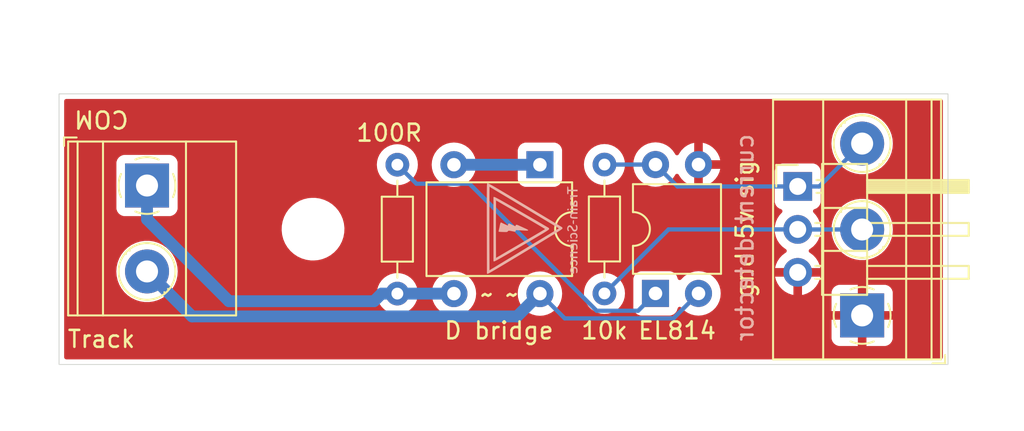
<source format=kicad_pcb>
(kicad_pcb (version 20221018) (generator pcbnew)
  (title_block (date "2023-09-"))
  (layers (0 "F.Cu" signal) (31 "B.Cu" signal) (34 "B.Paste" user) (35 "F.Paste" user) (36 "B.SilkS" user "B.Silkscreen") (37 "F.SilkS" user "F.Silkscreen") (38 "B.Mask" user) (39 "F.Mask" user) (44 "Edge.Cuts" user))
  (net 0 "")
  (net 1 "Net-(D1201-Pad1)")
  (net 2 "Net-(D1201-Pad3)")
  (net 3 "Net-(D1201-Pad4)")
  (net 4 "GND")
  (net 5 "+5V")
  (net 6 "sig")
  (net 7 "Net-(R1201-Pad2)")
  (footprint "Connector_PinHeader_2.54mm:PinHeader_1x03_P2.54mm_Horizontal" (layer "F.Cu") (at 43.625 5.475)
    (fp_text reference "J1203" hide)
    (fp_text value "ter")
    (fp_line (start -1.27 -1.27) (end 0 -1.27) (stroke (width 0.12)) (layer "F.SilkS"))
    (fp_line (start -1.27 0) (end -1.27 -1.27) (stroke (width 0.12)) (layer "F.SilkS"))
    (fp_line (start 1.042929 2.16) (end 1.44 2.16) (stroke (width 0.12)) (layer "F.SilkS"))
    (fp_line (start 1.042929 2.92) (end 1.44 2.92) (stroke (width 0.12)) (layer "F.SilkS"))
    (fp_line (start 1.042929 4.7) (end 1.44 4.7) (stroke (width 0.12)) (layer "F.SilkS"))
    (fp_line (start 1.042929 5.46) (end 1.44 5.46) (stroke (width 0.12)) (layer "F.SilkS"))
    (fp_line (start 1.11 -0.38) (end 1.44 -0.38) (stroke (width 0.12)) (layer "F.SilkS"))
    (fp_line (start 1.11 0.38) (end 1.44 0.38) (stroke (width 0.12)) (layer "F.SilkS"))
    (fp_line (start 1.44 -1.33) (end 1.44 6.41) (stroke (width 0.12)) (layer "F.SilkS"))
    (fp_line (start 1.44 1.27) (end 4.1 1.27) (stroke (width 0.12)) (layer "F.SilkS"))
    (fp_line (start 1.44 3.81) (end 4.1 3.81) (stroke (width 0.12)) (layer "F.SilkS"))
    (fp_line (start 1.44 6.41) (end 4.1 6.41) (stroke (width 0.12)) (layer "F.SilkS"))
    (fp_line (start 4.1 -1.33) (end 1.44 -1.33) (stroke (width 0.12)) (layer "F.SilkS"))
    (fp_line (start 4.1 -0.38) (end 10.1 -0.38) (stroke (width 0.12)) (layer "F.SilkS"))
    (fp_line (start 4.1 -0.32) (end 10.1 -0.32) (stroke (width 0.12)) (layer "F.SilkS"))
    (fp_line (start 4.1 -0.2) (end 10.1 -0.2) (stroke (width 0.12)) (layer "F.SilkS"))
    (fp_line (start 4.1 -0.08) (end 10.1 -0.08) (stroke (width 0.12)) (layer "F.SilkS"))
    (fp_line (start 4.1 0.04) (end 10.1 0.04) (stroke (width 0.12)) (layer "F.SilkS"))
    (fp_line (start 4.1 0.16) (end 10.1 0.16) (stroke (width 0.12)) (layer "F.SilkS"))
    (fp_line (start 4.1 0.28) (end 10.1 0.28) (stroke (width 0.12)) (layer "F.SilkS"))
    (fp_line (start 4.1 2.16) (end 10.1 2.16) (stroke (width 0.12)) (layer "F.SilkS"))
    (fp_line (start 4.1 4.7) (end 10.1 4.7) (stroke (width 0.12)) (layer "F.SilkS"))
    (fp_line (start 4.1 6.41) (end 4.1 -1.33) (stroke (width 0.12)) (layer "F.SilkS"))
    (fp_line (start 10.1 -0.38) (end 10.1 0.38) (stroke (width 0.12)) (layer "F.SilkS"))
    (fp_line (start 10.1 0.38) (end 4.1 0.38) (stroke (width 0.12)) (layer "F.SilkS"))
    (fp_line (start 10.1 2.16) (end 10.1 2.92) (stroke (width 0.12)) (layer "F.SilkS"))
    (fp_line (start 10.1 2.92) (end 4.1 2.92) (stroke (width 0.12)) (layer "F.SilkS"))
    (fp_line (start 10.1 4.7) (end 10.1 5.46) (stroke (width 0.12)) (layer "F.SilkS"))
    (fp_line (start 10.1 5.46) (end 4.1 5.46) (stroke (width 0.12)) (layer "F.SilkS"))
    (pad "1" thru_hole rect (at 0 0) (size 1.7 1.7) (drill 1) (layers "*.Cu" "*.Mask") (net 6 "sig"))
    (pad "2" thru_hole oval (at 0 2.54) (size 1.7 1.7) (drill 1) (layers "*.Cu" "*.Mask") (net 5 "+5V"))
    (pad "3" thru_hole oval (at 0 5.08) (size 1.7 1.7) (drill 1) (layers "*.Cu" "*.Mask") (net 4 "GND"))
  )
  (footprint "Resistor_THT:R_Axial_DIN0204_L3.6mm_D1.6mm_P7.62mm_Horizontal" (layer "F.Cu") (at 32.211 11.8 90)
    (fp_text reference "R1202" hide)
    (fp_text value "10k" (at -2.2 0) (layer "F.SilkS"))
    (fp_line (start 0.94 0) (end 1.89 0) (stroke (width 0.12)) (layer "F.SilkS"))
    (fp_line (start 1.89 -0.92) (end 1.89 0.92) (stroke (width 0.12)) (layer "F.SilkS"))
    (fp_line (start 1.89 0.92) (end 5.73 0.92) (stroke (width 0.12)) (layer "F.SilkS"))
    (fp_line (start 5.73 -0.92) (end 1.89 -0.92) (stroke (width 0.12)) (layer "F.SilkS"))
    (fp_line (start 5.73 0.92) (end 5.73 -0.92) (stroke (width 0.12)) (layer "F.SilkS"))
    (fp_line (start 6.68 0) (end 5.73 0) (stroke (width 0.12)) (layer "F.SilkS"))
    (pad "1" thru_hole circle (at 0 0 90) (size 1.4 1.4) (drill 0.7) (layers "*.Cu" "*.Mask") (net 5 "+5V"))
    (pad "2" thru_hole oval (at 7.62 0 90) (size 1.4 1.4) (drill 0.7) (layers "*.Cu" "*.Mask") (net 6 "sig"))
  )
  (footprint "MountingHole:MountingHole_3.2mm_M3" (layer "F.Cu") (at 15 8)
    (fp_text reference "REF**" hide)
    (fp_text value "MountingHole_3.2mm_M3")
    (pad "" np_thru_hole circle (at 0 0) (size 3.2 3.2) (drill 3.2) (layers "*.Cu" "*.Mask"))
  )
  (footprint "TerminalBlock_Phoenix:TerminalBlock_Phoenix_MKDS-1,5-3-5.08_1x03_P5.08mm_Horizontal" (layer "F.Cu") (at 47.43 13.1 90)
    (fp_text reference "J1202" hide)
    (fp_text value "ter")
    (fp_line (start -2.84 4.16) (end -2.84 4.9) (stroke (width 0.12)) (layer "F.SilkS"))
    (fp_line (start -2.84 4.9) (end -2.34 4.9) (stroke (width 0.12)) (layer "F.SilkS"))
    (fp_line (start -2.6 -5.261) (end -2.6 4.66) (stroke (width 0.12)) (layer "F.SilkS"))
    (fp_line (start -2.6 -5.261) (end 12.76 -5.261) (stroke (width 0.12)) (layer "F.SilkS"))
    (fp_line (start -2.6 -2.301) (end 12.76 -2.301) (stroke (width 0.12)) (layer "F.SilkS"))
    (fp_line (start -2.6 2.6) (end 12.76 2.6) (stroke (width 0.12)) (layer "F.SilkS"))
    (fp_line (start -2.6 4.1) (end 12.76 4.1) (stroke (width 0.12)) (layer "F.SilkS"))
    (fp_line (start -2.6 4.66) (end 12.76 4.66) (stroke (width 0.12)) (layer "F.SilkS"))
    (fp_line (start 3.853 1.023) (end 3.806 1.069) (stroke (width 0.12)) (layer "F.SilkS"))
    (fp_line (start 4.046 1.239) (end 4.011 1.274) (stroke (width 0.12)) (layer "F.SilkS"))
    (fp_line (start 6.15 -1.275) (end 6.115 -1.239) (stroke (width 0.12)) (layer "F.SilkS"))
    (fp_line (start 6.355 -1.069) (end 6.308 -1.023) (stroke (width 0.12)) (layer "F.SilkS"))
    (fp_line (start 8.933 1.023) (end 8.886 1.069) (stroke (width 0.12)) (layer "F.SilkS"))
    (fp_line (start 9.126 1.239) (end 9.091 1.274) (stroke (width 0.12)) (layer "F.SilkS"))
    (fp_line (start 11.23 -1.275) (end 11.195 -1.239) (stroke (width 0.12)) (layer "F.SilkS"))
    (fp_line (start 11.435 -1.069) (end 11.388 -1.023) (stroke (width 0.12)) (layer "F.SilkS"))
    (fp_line (start 12.76 -5.261) (end 12.76 4.66) (stroke (width 0.12)) (layer "F.SilkS"))
    (fp_arc (start -1.535427 0.683042) (mid -1.680501 -0.000524) (end -1.535 -0.684) (stroke (width 0.12)) (layer "F.SilkS"))
    (fp_arc (start -0.683042 -1.535427) (mid 0.000524 -1.680501) (end 0.684 -1.535) (stroke (width 0.12)) (layer "F.SilkS"))
    (fp_arc (start 0.028805 1.680253) (mid -0.335551 1.646659) (end -0.684 1.535) (stroke (width 0.12)) (layer "F.SilkS"))
    (fp_arc (start 0.683318 1.534756) (mid 0.349292 1.643288) (end 0 1.68) (stroke (width 0.12)) (layer "F.SilkS"))
    (fp_arc (start 1.535427 -0.683042) (mid 1.680501 0.000524) (end 1.535 0.684) (stroke (width 0.12)) (layer "F.SilkS"))
    (fp_circle (center 5.08 0) (end 6.76 0) (stroke (width 0.12)) (fill none) (layer "F.SilkS"))
    (fp_circle (center 10.16 0) (end 11.84 0) (stroke (width 0.12)) (fill none) (layer "F.SilkS"))
    (pad "1" thru_hole rect (at 0 0 90) (size 2.6 2.6) (drill 1.3) (layers "*.Cu" "*.Mask") (net 4 "GND"))
    (pad "2" thru_hole circle (at 5.08 0 90) (size 2.6 2.6) (drill 1.3) (layers "*.Cu" "*.Mask") (net 5 "+5V"))
    (pad "3" thru_hole circle (at 10.16 0 90) (size 2.6 2.6) (drill 1.3) (layers "*.Cu" "*.Mask") (net 6 "sig"))
  )
  (footprint "TerminalBlock_Phoenix:TerminalBlock_Phoenix_MKDS-1,5-2-5.08_1x02_P5.08mm_Horizontal" (layer "F.Cu") (at 5.195 5.42 -90)
    (fp_text reference "J1201" hide)
    (fp_text value "tracks")
    (fp_line (start -2.84 4.16) (end -2.84 4.9) (stroke (width 0.12)) (layer "F.SilkS"))
    (fp_line (start -2.84 4.9) (end -2.34 4.9) (stroke (width 0.12)) (layer "F.SilkS"))
    (fp_line (start -2.6 -5.261) (end -2.6 4.66) (stroke (width 0.12)) (layer "F.SilkS"))
    (fp_line (start -2.6 -5.261) (end 7.68 -5.261) (stroke (width 0.12)) (layer "F.SilkS"))
    (fp_line (start -2.6 -2.301) (end 7.68 -2.301) (stroke (width 0.12)) (layer "F.SilkS"))
    (fp_line (start -2.6 2.6) (end 7.68 2.6) (stroke (width 0.12)) (layer "F.SilkS"))
    (fp_line (start -2.6 4.1) (end 7.68 4.1) (stroke (width 0.12)) (layer "F.SilkS"))
    (fp_line (start -2.6 4.66) (end 7.68 4.66) (stroke (width 0.12)) (layer "F.SilkS"))
    (fp_line (start 3.853 1.023) (end 3.806 1.069) (stroke (width 0.12)) (layer "F.SilkS"))
    (fp_line (start 4.046 1.239) (end 4.011 1.274) (stroke (width 0.12)) (layer "F.SilkS"))
    (fp_line (start 6.15 -1.275) (end 6.115 -1.239) (stroke (width 0.12)) (layer "F.SilkS"))
    (fp_line (start 6.355 -1.069) (end 6.308 -1.023) (stroke (width 0.12)) (layer "F.SilkS"))
    (fp_line (start 7.68 -5.261) (end 7.68 4.66) (stroke (width 0.12)) (layer "F.SilkS"))
    (fp_arc (start -1.535427 0.683042) (mid -1.680501 -0.000524) (end -1.535 -0.684) (stroke (width 0.12)) (layer "F.SilkS"))
    (fp_arc (start -0.683042 -1.535427) (mid 0.000524 -1.680501) (end 0.684 -1.535) (stroke (width 0.12)) (layer "F.SilkS"))
    (fp_arc (start 0.028805 1.680253) (mid -0.335551 1.646659) (end -0.684 1.535) (stroke (width 0.12)) (layer "F.SilkS"))
    (fp_arc (start 0.683318 1.534756) (mid 0.349292 1.643288) (end 0 1.68) (stroke (width 0.12)) (layer "F.SilkS"))
    (fp_arc (start 1.535427 -0.683042) (mid 1.680501 0.000524) (end 1.535 0.684) (stroke (width 0.12)) (layer "F.SilkS"))
    (fp_circle (center 5.08 0) (end 6.76 0) (stroke (width 0.12)) (fill none) (layer "F.SilkS"))
    (pad "1" thru_hole rect (at 0 0 270) (size 2.6 2.6) (drill 1.3) (layers "*.Cu" "*.Mask") (net 2 "Net-(D1201-Pad3)"))
    (pad "2" thru_hole circle (at 5.08 0 270) (size 2.6 2.6) (drill 1.3) (layers "*.Cu" "*.Mask") (net 3 "Net-(D1201-Pad4)"))
  )
  (footprint "Diode_THT:Diode_Bridge_DIP-4_W7.62mm_P5.08mm" (layer "F.Cu") (at 28.4 4.19 -90)
    (fp_text reference "D1201" hide)
    (fp_text value "D")
    (fp_line (start 1.04 -1.9) (end 1.04 6.7) (stroke (width 0.12)) (layer "F.SilkS"))
    (fp_line (start 1.04 6.7) (end 6.58 6.7) (stroke (width 0.12)) (layer "F.SilkS"))
    (fp_line (start 2.81 -1.9) (end 1.04 -1.9) (stroke (width 0.12)) (layer "F.SilkS"))
    (fp_line (start 6.58 -1.9) (end 4.81 -1.9) (stroke (width 0.12)) (layer "F.SilkS"))
    (fp_line (start 6.58 6.7) (end 6.58 -1.9) (stroke (width 0.12)) (layer "F.SilkS"))
    (fp_arc (start 4.81 -1.9) (mid 3.81 -0.9) (end 2.81 -1.9) (stroke (width 0.12)) (layer "F.SilkS"))
    (pad "1" thru_hole rect (at 0 0 270) (size 1.6 1.6) (drill 0.8) (layers "*.Cu" "*.Mask") (net 1 "Net-(D1201-Pad1)"))
    (pad "2" thru_hole oval (at 0 5.08 270) (size 1.6 1.6) (drill 0.8) (layers "*.Cu" "*.Mask") (net 1 "Net-(D1201-Pad1)"))
    (pad "3" thru_hole oval (at 7.62 5.08 270) (size 1.6 1.6) (drill 0.8) (layers "*.Cu" "*.Mask") (net 2 "Net-(D1201-Pad3)"))
    (pad "4" thru_hole oval (at 7.62 0 270) (size 1.6 1.6) (drill 0.8) (layers "*.Cu" "*.Mask") (net 3 "Net-(D1201-Pad4)"))
  )
  (footprint "Resistor_THT:R_Axial_DIN0204_L3.6mm_D1.6mm_P7.62mm_Horizontal" (layer "F.Cu") (at 19.98 11.81 90)
    (fp_text reference "R1201" hide)
    (fp_text value "100R" (at 9.5 -0.48) (layer "F.SilkS"))
    (fp_line (start 0.94 0) (end 1.89 0) (stroke (width 0.12)) (layer "F.SilkS"))
    (fp_line (start 1.89 -0.92) (end 1.89 0.92) (stroke (width 0.12)) (layer "F.SilkS"))
    (fp_line (start 1.89 0.92) (end 5.73 0.92) (stroke (width 0.12)) (layer "F.SilkS"))
    (fp_line (start 5.73 -0.92) (end 1.89 -0.92) (stroke (width 0.12)) (layer "F.SilkS"))
    (fp_line (start 5.73 0.92) (end 5.73 -0.92) (stroke (width 0.12)) (layer "F.SilkS"))
    (fp_line (start 6.68 0) (end 5.73 0) (stroke (width 0.12)) (layer "F.SilkS"))
    (pad "1" thru_hole circle (at 0 0 90) (size 1.4 1.4) (drill 0.7) (layers "*.Cu" "*.Mask") (net 2 "Net-(D1201-Pad3)"))
    (pad "2" thru_hole oval (at 7.62 0 90) (size 1.4 1.4) (drill 0.7) (layers "*.Cu" "*.Mask") (net 7 "Net-(R1201-Pad2)"))
  )
  (footprint "Package_DIP:DIP-4_W7.62mm" (layer "F.Cu") (at 35.225 11.8 90)
    (fp_text reference "U1201" hide)
    (fp_text value "EL814" (at -2.2 1.275) (layer "F.SilkS"))
    (fp_line (start 1.16 -1.33) (end 1.16 3.87) (stroke (width 0.12)) (layer "F.SilkS"))
    (fp_line (start 1.16 3.87) (end 6.46 3.87) (stroke (width 0.12)) (layer "F.SilkS"))
    (fp_line (start 2.81 -1.33) (end 1.16 -1.33) (stroke (width 0.12)) (layer "F.SilkS"))
    (fp_line (start 6.46 -1.33) (end 4.81 -1.33) (stroke (width 0.12)) (layer "F.SilkS"))
    (fp_line (start 6.46 3.87) (end 6.46 -1.33) (stroke (width 0.12)) (layer "F.SilkS"))
    (fp_arc (start 4.81 -1.33) (mid 3.81 -0.33) (end 2.81 -1.33) (stroke (width 0.12)) (layer "F.SilkS"))
    (pad "1" thru_hole rect (at 0 0 90) (size 1.6 1.6) (drill 0.8) (layers "*.Cu" "*.Mask") (net 7 "Net-(R1201-Pad2)"))
    (pad "2" thru_hole oval (at 0 2.54 90) (size 1.6 1.6) (drill 0.8) (layers "*.Cu" "*.Mask") (net 3 "Net-(D1201-Pad4)"))
    (pad "3" thru_hole oval (at 7.62 2.54 90) (size 1.6 1.6) (drill 0.8) (layers "*.Cu" "*.Mask") (net 4 "GND"))
    (pad "4" thru_hole oval (at 7.62 0 90) (size 1.6 1.6) (drill 0.8) (layers "*.Cu" "*.Mask") (net 6 "sig"))
  )
  (footprint "kicad_images:Train-Science logo extra small" (layer "B.Cu") (at 28 8 -90)
    (fp_text reference "G***" hide)
    (fp_text value "LOGO" hide)
    (fp_poly (pts (xy -1.119453 -2.624924) (xy -1.215958 -2.624924) (xy -1.215958 -2.181003) (xy -1.119453 -2.181003)) (fill solid) (layer "B.SilkS"))
    (fp_poly (pts (xy 0.733434 -2.624924) (xy 0.63693 -2.624924) (xy 0.63693 -2.181003) (xy 0.733434 -2.181003)) (fill solid) (layer "B.SilkS"))
    (fp_poly (pts (xy -1.126574 -2.017804) (xy -1.112197 -2.036968) (xy -1.108531 -2.078768) (xy -1.137633 -2.100383) (xy -1.170187 -2.103799) (xy -1.205707 -2.09718) (xy -1.213602 -2.070697) (xy -1.212475 -2.060372) (xy -1.193726 -2.025477) (xy -1.160005 -2.0101)) (fill solid) (layer "B.SilkS"))
    (fp_poly (pts (xy 0.726313 -2.017804) (xy 0.740691 -2.036968) (xy 0.744356 -2.078768) (xy 0.715254 -2.100383) (xy 0.682701 -2.103799) (xy 0.64718 -2.09718) (xy 0.639285 -2.070697) (xy 0.640413 -2.060372) (xy 0.659161 -2.025477) (xy 0.692883 -2.0101)) (fill solid) (layer "B.SilkS"))
    (fp_poly (pts (xy -0.367363 -2.338582) (xy -0.319727 -2.351571) (xy -0.294204 -2.374803) (xy -0.293084 -2.378837) (xy -0.294347 -2.397077) (xy -0.312035 -2.407325) (xy -0.353942 -2.411769) (xy -0.413555 -2.412614) (xy -0.484592 -2.410671) (xy -0.524229 -2.403784) (xy -0.53952 -2.390362) (xy -0.540426 -2.38403) (xy -0.523644 -2.358558) (xy -0.481252 -2.342326) (xy -0.425182 -2.335583)) (fill solid) (layer "B.SilkS"))
    (fp_poly (pts (xy -2.200106 -2.007669) (xy -2.13421 -2.009497) (xy -2.094159 -2.013835) (xy -2.073573 -2.02174) (xy -2.066075 -2.034267) (xy -2.065198 -2.045897) (xy -2.070881 -2.07002) (xy -2.094478 -2.081427) (xy -2.145812 -2.084484) (xy -2.152052 -2.084499) (xy -2.238906 -2.084499) (xy -2.238906 -2.624924) (xy -2.33541 -2.624924) (xy -2.33541 -2.086614) (xy -2.426916 -2.080731) (xy -2.487224 -2.072868) (xy -2.51744 -2.057099) (xy -2.524836 -2.041072) (xy -2.52432 -2.026811) (xy -2.512291 -2.01722) (xy -2.482653 -2.011388) (xy -2.42931 -2.008408) (xy -2.346166 -2.00737) (xy -2.298224 -2.007295)) (fill solid) (layer "B.SilkS"))
    (fp_poly (pts (xy -1.922774 -2.187841) (xy -1.91079 -2.200983) (xy -1.898976 -2.211105) (xy -1.873457 -2.200983) (xy -1.818103 -2.181858) (xy -1.770434 -2.182985) (xy -1.741304 -2.20288) (xy -1.737082 -2.219605) (xy -1.746396 -2.24807) (xy -1.780816 -2.257891) (xy -1.793891 -2.258207) (xy -1.846698 -2.269126) (xy -1.882386 -2.304538) (xy -1.903013 -2.36843) (xy -1.910639 -2.464786) (xy -1.91079 -2.484462) (xy -1.911437 -2.556749) (xy -1.915267 -2.598688) (xy -1.925114 -2.618532) (xy -1.943815 -2.624534) (xy -1.959043 -2.624924) (xy -2.007295 -2.624924) (xy -2.007295 -2.181003) (xy -1.959043 -2.181003)) (fill solid) (layer "B.SilkS"))
    (fp_poly (pts (xy 2.072112 -2.190956) (xy 2.124247 -2.216735) (xy 2.154036 -2.252216) (xy 2.154868 -2.286779) (xy 2.142108 -2.310032) (xy 2.123704 -2.304382) (xy 2.106702 -2.289785) (xy 2.053139 -2.262979) (xy 1.992251 -2.262345) (xy 1.941646 -2.288016) (xy 1.94112 -2.288537) (xy 1.919354 -2.332273) (xy 1.911043 -2.395105) (xy 1.916187 -2.459948) (xy 1.934785 -2.509718) (xy 1.94112 -2.51739) (xy 1.991469 -2.543413) (xy 2.052336 -2.543129) (xy 2.106113 -2.516671) (xy 2.106702 -2.516142) (xy 2.133846 -2.49538) (xy 2.147895 -2.503056) (xy 2.154868 -2.519148) (xy 2.152137 -2.558319) (xy 2.119189 -2.592887) (xy 2.064389 -2.616999) (xy 2.003672 -2.624924) (xy 1.940682 -2.616497) (xy 1.888878 -2.585336) (xy 1.86844 -2.566243) (xy 1.835965 -2.53065) (xy 1.819472 -2.498122) (xy 1.814986 -2.454662) (xy 1.81829 -2.389623) (xy 1.836547 -2.292122) (xy 1.875929 -2.226132) (xy 1.93806 -2.189851) (xy 2.006233 -2.181003)) (fill solid) (layer "B.SilkS"))
    (fp_poly (pts (xy 0.470136 -2.190956) (xy 0.522272 -2.216735) (xy 0.552061 -2.252216) (xy 0.552892 -2.286779) (xy 0.540132 -2.310032) (xy 0.521729 -2.304382) (xy 0.504727 -2.289785) (xy 0.451163 -2.262979) (xy 0.390275 -2.262345) (xy 0.33967 -2.288016) (xy 0.339144 -2.288537) (xy 0.317742 -2.331299) (xy 0.308868 -2.397127) (xy 0.308814 -2.402964) (xy 0.316518 -2.470009) (xy 0.337059 -2.515157) (xy 0.339144 -2.51739) (xy 0.389493 -2.543413) (xy 0.45036 -2.543129) (xy 0.504137 -2.516671) (xy 0.504727 -2.516142) (xy 0.531871 -2.49538) (xy 0.545919 -2.503056) (xy 0.552892 -2.519148) (xy 0.550161 -2.558319) (xy 0.517214 -2.592887) (xy 0.462413 -2.616999) (xy 0.401696 -2.624924) (xy 0.338706 -2.616497) (xy 0.286902 -2.585336) (xy 0.266464 -2.566243) (xy 0.23399 -2.53065) (xy 0.217496 -2.498122) (xy 0.21301 -2.454662) (xy 0.216314 -2.389623) (xy 0.234571 -2.292122) (xy 0.273953 -2.226132) (xy 0.336085 -2.189851) (xy 0.404257 -2.181003)) (fill solid) (layer "B.SilkS"))
    (fp_poly (pts (xy -1.442096 -2.185799) (xy -1.394854 -2.204002) (xy -1.364141 -2.241338) (xy -1.34609 -2.303531) (xy -1.336833 -2.396306) (xy -1.334848 -2.439941) (xy -1.328283 -2.617699) (xy -1.471473 -2.62062) (xy -1.565443 -2.618701) (xy -1.627965 -2.607787) (xy -1.656572 -2.594186) (xy -1.689513 -2.550255) (xy -1.697789 -2.492626) (xy -1.694659 -2.482972) (xy -1.596809 -2.482972) (xy -1.595494 -2.517472) (xy -1.569133 -2.539601) (xy -1.523793 -2.547288) (xy -1.476622 -2.539689) (xy -1.451429 -2.524559) (xy -1.431509 -2.486329) (xy -1.428268 -2.464131) (xy -1.433578 -2.440308) (xy -1.456532 -2.433472) (xy -1.49898 -2.438339) (xy -1.565777 -2.456134) (xy -1.596809 -2.482972) (xy -1.694659 -2.482972) (xy -1.680168 -2.438278) (xy -1.668878 -2.424371) (xy -1.627712 -2.398541) (xy -1.565442 -2.374625) (xy -1.499369 -2.35844) (xy -1.462044 -2.354819) (xy -1.433348 -2.341718) (xy -1.432414 -2.307443) (xy -1.445968 -2.279437) (xy -1.467954 -2.263857) (xy -1.512198 -2.259495) (xy -1.571128 -2.263567) (xy -1.634915 -2.268059) (xy -1.668379 -2.263989) (xy -1.679069 -2.250256) (xy -1.679179 -2.247841) (xy -1.661171 -2.214242) (xy -1.610156 -2.191488) (xy -1.53065 -2.18136) (xy -1.509732 -2.181003)) (fill solid) (layer "B.SilkS"))
    (fp_poly (pts (xy 0.048233 -2.016729) (xy 0.098011 -2.04339) (xy 0.115804 -2.084815) (xy 0.115805 -2.085178) (xy 0.102031 -2.115739) (xy 0.072745 -2.122259) (xy 0.048252 -2.103799) (xy 0.019552 -2.088475) (xy -0.028396 -2.085147) (xy -0.07846 -2.092899) (xy -0.113509 -2.110817) (xy -0.115037 -2.112524) (xy -0.130725 -2.15607) (xy -0.108498 -2.202273) (xy -0.04889 -2.250355) (xy -0.002415 -2.276288) (xy 0.081602 -2.327613) (xy 0.129929 -2.380905) (xy 0.145383 -2.440825) (xy 0.134193 -2.502236) (xy 0.098374 -2.563371) (xy 0.057253 -2.596308) (xy -0.011058 -2.61793) (xy -0.090529 -2.623721) (xy -0.164493 -2.61377) (xy -0.208016 -2.594878) (xy -0.241994 -2.561284) (xy -0.251396 -2.531581) (xy -0.236285 -2.515128) (xy -0.207485 -2.517524) (xy -0.118149 -2.538086) (xy -0.044971 -2.543267) (xy 0.003495 -2.532632) (xy 0.009466 -2.528573) (xy 0.037084 -2.485332) (xy 0.033179 -2.435705) (xy 0.001689 -2.388562) (xy -0.05345 -2.352773) (xy -0.071396 -2.346355) (xy -0.112769 -2.324951) (xy -0.161824 -2.288201) (xy -0.172726 -2.278426) (xy -0.219263 -2.215139) (xy -0.231246 -2.150779) (xy -0.212014 -2.091638) (xy -0.164905 -2.044013) (xy -0.093256 -2.014199) (xy -0.028952 -2.007295)) (fill solid) (layer "B.SilkS"))
    (fp_poly (pts (xy -0.707308 -2.189663) (xy -0.663479 -2.218624) (xy -0.635598 -2.272362) (xy -0.621173 -2.35535) (xy -0.617629 -2.453819) (xy -0.618028 -2.535305) (xy -0.620633 -2.585674) (xy -0.627552 -2.61241) (xy -0.640899 -2.622997) (xy -0.662782 -2.62492) (xy -0.665882 -2.624924) (xy -0.68991 -2.623254) (xy -0.704249 -2.612967) (xy -0.7114 -2.586147) (xy -0.713862 -2.534877) (xy -0.714134 -2.472095) (xy -0.715556 -2.395622) (xy -0.719322 -2.331846) (xy -0.724676 -2.29256) (xy -0.725849 -2.288737) (xy -0.753462 -2.263545) (xy -0.800164 -2.26112) (xy -0.85384 -2.281505) (xy -0.864247 -2.288253) (xy -0.885996 -2.307597) (xy -0.898891 -2.334302) (xy -0.905174 -2.377949) (xy -0.907085 -2.448121) (xy -0.907143 -2.471611) (xy -0.907666 -2.547861) (xy -0.910894 -2.593413) (xy -0.919314 -2.616171) (xy -0.935414 -2.624039) (xy -0.955395 -2.624924) (xy -1.003648 -2.624924) (xy -1.003648 -2.402964) (xy -1.003415 -2.307802) (xy -1.001798 -2.24467) (xy -0.997414 -2.206996) (xy -0.988884 -2.188208) (xy -0.974824 -2.181734) (xy -0.957004 -2.181003) (xy -0.917752 -2.189839) (xy -0.901514 -2.205129) (xy -0.888625 -2.219577) (xy -0.867094 -2.205129) (xy -0.831691 -2.189067) (xy -0.778237 -2.181171) (xy -0.769577 -2.181003)) (fill solid) (layer "B.SilkS"))
    (fp_poly (pts (xy 1.123597 -2.19758) (xy 1.184423 -2.240898) (xy 1.22469 -2.301333) (xy 1.235258 -2.353227) (xy 1.235258 -2.412614) (xy 1.080851 -2.412614) (xy 1.003788 -2.413475) (xy 0.95759 -2.417297) (xy 0.934537 -2.425943) (xy 0.926907 -2.441273) (xy 0.926444 -2.449837) (xy 0.940633 -2.503072) (xy 0.984183 -2.534374) (xy 1.058567 -2.544508) (xy 1.103874 -2.542243) (xy 1.168903 -2.538293) (xy 1.203587 -2.542247) (xy 1.215596 -2.555297) (xy 1.215957 -2.559679) (xy 1.198882 -2.590828) (xy 1.154394 -2.612228) (xy 1.092599 -2.623208) (xy 1.023603 -2.623098) (xy 0.957513 -2.611227) (xy 0.904434 -2.586925) (xy 0.89667 -2.58086) (xy 0.857621 -2.532342) (xy 0.837646 -2.464478) (xy 0.835217 -2.446074) (xy 0.837603 -2.343018) (xy 0.84678 -2.31997) (xy 0.926444 -2.31997) (xy 0.943899 -2.328427) (xy 0.988927 -2.334035) (xy 1.032599 -2.33541) (xy 1.09074 -2.332871) (xy 1.129298 -2.326322) (xy 1.138754 -2.31997) (xy 1.121477 -2.286947) (xy 1.077407 -2.264306) (xy 1.032599 -2.258207) (xy 0.975841 -2.268259) (xy 0.936926 -2.293899) (xy 0.926444 -2.31997) (xy 0.84678 -2.31997) (xy 0.869296 -2.263418) (xy 0.928523 -2.209435) (xy 1.013516 -2.183229) (xy 1.052426 -2.181003)) (fill solid) (layer "B.SilkS"))
    (fp_poly (pts (xy 1.628102 -2.189663) (xy 1.671931 -2.218624) (xy 1.699812 -2.272362) (xy 1.714238 -2.35535) (xy 1.717781 -2.453819) (xy 1.717382 -2.535305) (xy 1.714778 -2.585674) (xy 1.707858 -2.61241) (xy 1.694512 -2.622997) (xy 1.672629 -2.62492) (xy 1.669529 -2.624924) (xy 1.645501 -2.623254) (xy 1.631161 -2.612967) (xy 1.62401 -2.586147) (xy 1.621549 -2.534877) (xy 1.621276 -2.472095) (xy 1.619854 -2.395622) (xy 1.616089 -2.331846) (xy 1.610734 -2.29256) (xy 1.609561 -2.288737) (xy 1.581948 -2.263545) (xy 1.535246 -2.26112) (xy 1.48157 -2.281505) (xy 1.471164 -2.288253) (xy 1.449414 -2.307597) (xy 1.436519 -2.334302) (xy 1.430236 -2.377949) (xy 1.428325 -2.448121) (xy 1.428267 -2.471611) (xy 1.427744 -2.547861) (xy 1.424516 -2.593413) (xy 1.416096 -2.616171) (xy 1.399996 -2.624039) (xy 1.380015 -2.624924) (xy 1.331763 -2.624924) (xy 1.331763 -2.402964) (xy 1.331995 -2.307802) (xy 1.333612 -2.24467) (xy 1.337996 -2.206996) (xy 1.346527 -2.188208) (xy 1.360586 -2.181734) (xy 1.378407 -2.181003) (xy 1.417658 -2.189839) (xy 1.433897 -2.205129) (xy 1.446785 -2.219577) (xy 1.468317 -2.205129) (xy 1.503719 -2.189067) (xy 1.557173 -2.181171) (xy 1.565833 -2.181003)) (fill solid) (layer "B.SilkS"))
    (fp_poly (pts (xy 2.513262 -2.19758) (xy 2.574089 -2.240898) (xy 2.614355 -2.301333) (xy 2.624924 -2.353227) (xy 2.624924 -2.412614) (xy 2.470517 -2.412614) (xy 2.393454 -2.413475) (xy 2.347256 -2.417297) (xy 2.324202 -2.425943) (xy 2.316572 -2.441273) (xy 2.316109 -2.449837) (xy 2.330299 -2.503072) (xy 2.373849 -2.534374) (xy 2.448233 -2.544508) (xy 2.493539 -2.542243) (xy 2.558568 -2.538293) (xy 2.593253 -2.542247) (xy 2.605262 -2.555297) (xy 2.605623 -2.559679) (xy 2.588548 -2.590828) (xy 2.54406 -2.612228) (xy 2.482265 -2.623208) (xy 2.413269 -2.623098) (xy 2.347179 -2.611227) (xy 2.2941 -2.586925) (xy 2.286335 -2.58086) (xy 2.247287 -2.532342) (xy 2.227312 -2.464478) (xy 2.224882 -2.446074) (xy 2.227269 -2.343018) (xy 2.236445 -2.31997) (xy 2.316109 -2.31997) (xy 2.333565 -2.328427) (xy 2.378593 -2.334035) (xy 2.422264 -2.33541) (xy 2.480406 -2.332871) (xy 2.518964 -2.326322) (xy 2.528419 -2.31997) (xy 2.511143 -2.286947) (xy 2.467073 -2.264306) (xy 2.422264 -2.258207) (xy 2.365507 -2.268259) (xy 2.326592 -2.293899) (xy 2.316109 -2.31997) (xy 2.236445 -2.31997) (xy 2.258961 -2.263418) (xy 2.318189 -2.209435) (xy 2.403182 -2.183229) (xy 2.442091 -2.181003)) (fill solid) (layer "B.SilkS"))
    (fp_poly (pts (xy 0.150175 2.037262) (xy 0.154869 2.014727) (xy 0.159603 1.961211) (xy 0.163869 1.884333) (xy 0.167162 1.791711) (xy 0.167569 1.775743) (xy 0.169759 1.673339) (xy 0.169869 1.602577) (xy 0.166925 1.556512) (xy 0.159954 1.528198) (xy 0.147982 1.510692) (xy 0.130034 1.497049) (xy 0.12833 1.495929) (xy 0.106343 1.477105) (xy 0.094636 1.451334) (xy 0.09303 1.411229) (xy 0.101348 1.349403) (xy 0.119413 1.258471) (xy 0.122301 1.244909) (xy 0.140411 1.155685) (xy 0.148735 1.096849) (xy 0.146766 1.061318) (xy 0.133995 1.042009) (xy 0.109913 1.031839) (xy 0.106948 1.031073) (xy 0.056354 1.018375) (xy 0.067811 0.803526) (xy 0.073361 0.700465) (xy 0.079032 0.596846) (xy 0.084004 0.507572) (xy 0.086391 0.465728) (xy 0.088572 0.36956) (xy 0.081777 0.31093) (xy 0.065975 0.289825) (xy 0.041135 0.306232) (xy 0.007226 0.360136) (xy -0.021752 0.419795) (xy -0.056891 0.497371) (xy -0.091022 0.572933) (xy -0.115481 0.62728) (xy -0.141468 0.684714) (xy -0.176101 0.760597) (xy -0.211287 0.837205) (xy -0.246103 0.920813) (xy -0.25952 0.977777) (xy -0.251563 1.013563) (xy -0.222259 1.033637) (xy -0.212213 1.036682) (xy -0.181115 1.046874) (xy -0.173708 1.051749) (xy -0.181048 1.071874) (xy -0.200227 1.117432) (xy -0.226988 1.178773) (xy -0.257072 1.246244) (xy -0.286218 1.310195) (xy -0.310044 1.360714) (xy -0.332098 1.409483) (xy -0.336669 1.436627) (xy -0.32435 1.45463) (xy -0.31486 1.462044) (xy -0.2711 1.482378) (xy -0.247223 1.48617) (xy -0.217862 1.489823) (xy -0.21231 1.4941) (xy -0.219906 1.51504) (xy -0.2399 1.561656) (xy -0.268097 1.624772) (xy -0.300305 1.69521) (xy -0.33233 1.763791) (xy -0.359979 1.821338) (xy -0.378004 1.856753) (xy -0.395457 1.894623) (xy -0.390765 1.914701) (xy -0.372067 1.926848) (xy -0.319755 1.946586) (xy -0.236962 1.966055) (xy -0.164058 1.979219) (xy -0.114212 1.988993) (xy -0.043976 2.004504) (xy 0.016327 2.018748) (xy 0.080588 2.032421) (xy 0.128954 2.038984)) (fill solid) (layer "B.SilkS"))
    (fp_poly (pts (xy 1.906094 2.296808) (xy 1.900001 2.275901) (xy 1.879419 2.231428) (xy 1.843801 2.162423) (xy 1.792601 2.067921) (xy 1.725272 1.946953) (xy 1.641268 1.798555) (xy 1.540041 1.62176) (xy 1.421046 1.415601) (xy 1.283736 1.179111) (xy 1.127564 0.911325) (xy 0.978323 0.656231) (xy 0.820564 0.387063) (xy 0.681026 0.149372) (xy 0.558541 -0.058745) (xy 0.45194 -0.23919) (xy 0.360056 -0.393866) (xy 0.28172 -0.524675) (xy 0.215764 -0.63352) (xy 0.16102 -0.722304) (xy 0.11632 -0.792928) (xy 0.080495 -0.847296) (xy 0.052377 -0.887309) (xy 0.030799 -0.91487) (xy 0.014591 -0.931882) (xy 0.002586 -0.940248) (xy -0.002979 -0.941895) (xy -0.047261 -0.937287) (xy -0.070916 -0.922594) (xy -0.083197 -0.902588) (xy -0.113429 -0.851529) (xy -0.160236 -0.771778) (xy -0.222244 -0.665697) (xy -0.298077 -0.53565) (xy -0.386362 -0.383997) (xy -0.485723 -0.213102) (xy -0.594784 -0.025327) (xy -0.712171 0.176967) (xy -0.83651 0.391416) (xy -0.966424 0.61566) (xy -0.995506 0.665881) (xy -1.165143 0.959293) (xy -1.315622 1.220525) (xy -1.447505 1.450583) (xy -1.561353 1.650471) (xy -1.657728 1.821196) (xy -1.737191 1.963762) (xy -1.800303 2.079175) (xy -1.847627 2.168441) (xy -1.858745 2.190653) (xy -1.697344 2.190653) (xy -0.856031 0.737334) (xy -0.730231 0.52037) (xy -0.60987 0.313465) (xy -0.496353 0.118994) (xy -0.391087 -0.060665) (xy -0.295477 -0.223135) (xy -0.210928 -0.366039) (xy -0.138846 -0.487002) (xy -0.080637 -0.583645) (xy -0.037705 -0.653592) (xy -0.011457 -0.694467) (xy -0.003328 -0.704595) (xy 0.007916 -0.686596) (xy 0.037217 -0.637697) (xy 0.083149 -0.56032) (xy 0.144285 -0.456889) (xy 0.219199 -0.329827) (xy 0.306463 -0.181557) (xy 0.404653 -0.014503) (xy 0.512341 0.168913) (xy 0.628101 0.366266) (xy 0.750507 0.575135) (xy 0.85216 0.748724) (xy 1.696258 2.190653) (xy 0.848129 2.195679) (xy 0.624791 2.19672) (xy 0.374207 2.197402) (xy 0.107732 2.197724) (xy -0.163278 2.197687) (xy -0.42747 2.197292) (xy -0.673489 2.196537) (xy -0.848672 2.195679) (xy -1.697344 2.190653) (xy -1.858745 2.190653) (xy -1.879723 2.232564) (xy -1.897152 2.27255) (xy -1.900939 2.287158) (xy -1.90114 2.345061) (xy 1.90114 2.345061)) (fill solid) (layer "B.SilkS"))
    (fp_poly (pts (xy -1.305349 2.737947) (xy -1.034076 2.737646) (xy -0.729841 2.737196) (xy -0.390734 2.736619) (xy -0.033061 2.735972) (xy 2.634574 2.731079) (xy 2.63944 2.682827) (xy 2.633657 2.664429) (xy 2.614339 2.624487) (xy 2.580936 2.562066) (xy 2.532894 2.476229) (xy 2.469664 2.366041) (xy 2.390692 2.230566) (xy 2.295428 2.068868) (xy 2.18332 1.880011) (xy 2.053816 1.66306) (xy 1.906365 1.41708) (xy 1.740416 1.141133) (xy 1.555416 0.834285) (xy 1.350814 0.495599) (xy 1.325401 0.453571) (xy 1.134462 0.137924) (xy 0.962408 -0.14626) (xy 0.808227 -0.400597) (xy 0.670906 -0.626704) (xy 0.549435 -0.826198) (xy 0.4428 -1.000694) (xy 0.34999 -1.151809) (xy 0.269993 -1.281159) (xy 0.201798 -1.39036) (xy 0.144392 -1.481029) (xy 0.096763 -1.554782) (xy 0.057899 -1.613236) (xy 0.026789 -1.658006) (xy 0.002421 -1.690709) (xy -0.016218 -1.712962) (xy -0.030139 -1.72638) (xy -0.040354 -1.73258) (xy -0.043796 -1.733422) (xy -0.093671 -1.725004) (xy -0.122819 -1.694821) (xy -0.136125 -1.67304) (xy -0.168081 -1.620147) (xy -0.21749 -1.538135) (xy -0.283153 -1.428999) (xy -0.363872 -1.294734) (xy -0.458449 -1.137335) (xy -0.565686 -0.958796) (xy -0.684385 -0.761112) (xy -0.813348 -0.546277) (xy -0.951377 -0.316288) (xy -1.097274 -0.073137) (xy -1.249841 0.18118) (xy -1.407879 0.444668) (xy -1.445985 0.508207) (xy -1.636234 0.825575) (xy -1.807442 1.111491) (xy -1.96053 1.367545) (xy -2.096421 1.595325) (xy -2.216037 1.796418) (xy -2.3203 1.972412) (xy -2.410131 2.124897) (xy -2.486453 2.255459) (xy -2.550187 2.365687) (xy -2.602256 2.45717) (xy -2.643581 2.531494) (xy -2.667805 2.576672) (xy -2.50527 2.576672) (xy -1.27688 0.529296) (xy -0.048491 -1.51808) (xy 0.115686 -1.246781) (xy 0.148286 -1.192895) (xy 0.199291 -1.108563) (xy 0.267136 -0.996375) (xy 0.350257 -0.858919) (xy 0.447086 -0.698785) (xy 0.556059 -0.518561) (xy 0.675611 -0.320837) (xy 0.804176 -0.108201) (xy 0.940188 0.116758) (xy 1.082083 0.35145) (xy 1.228295 0.593287) (xy 1.353628 0.800595) (xy 2.427394 2.576672) (xy 1.194396 2.581639) (xy 0.928307 2.582517) (xy 0.63304 2.583151) (xy 0.318017 2.583541) (xy -0.007339 2.583686) (xy -0.333606 2.583588) (xy -0.651362 2.583245) (xy -0.951183 2.582657) (xy -1.223647 2.581826) (xy -1.271936 2.581639) (xy -2.50527 2.576672) (xy -2.667805 2.576672) (xy -2.675085 2.590249) (xy -2.697688 2.635023) (xy -2.712314 2.667403) (xy -2.719885 2.688978) (xy -2.721321 2.701336) (xy -2.720559 2.703754) (xy -2.717059 2.708957) (xy -2.711142 2.713645) (xy -2.700897 2.71784) (xy -2.684417 2.721566) (xy -2.659792 2.724844) (xy -2.625112 2.727698) (xy -2.578469 2.730151) (xy -2.517955 2.732226) (xy -2.441658 2.733945) (xy -2.347672 2.735331) (xy -2.234086 2.736408) (xy -2.098992 2.737198) (xy -1.94048 2.737724) (xy -1.756642 2.738009) (xy -1.545568 2.738076)) (fill solid) (layer "B.SilkS"))
  )
  (gr_rect (start 0 0) (end 52.5 16) (stroke (width 0.05)) (fill none) (layer "Edge.Cuts"))
  (gr_text "current detector" (at 40.5 8.5 90) (layer "B.SilkS") (effects (font (size 1 1)) (justify mirror)))
  (gr_text "gnd 5v sig" (at 40.5 8 90) (layer "F.SilkS") (effects (font (size 1 1))))
  (gr_text "Track" (at 2.5 14.5) (layer "F.SilkS") (effects (font (size 1 1))))
  (gr_text "COM" (at 2.5 1.5 180) (layer "F.SilkS") (effects (font (size 1 1))))
  (gr_text "~ ~" (at 24.8158 12.446) (layer "F.SilkS") (effects (font (size 1 1)) (justify left bottom)))
  (gr_text "D bridge" (at 25.98 14) (layer "F.SilkS") (effects (font (size 1 1))))
  (segment (start 23.32 4.19) (end 28.4 4.19) (width 0.7) (layer "B.Cu") (net 1))
  (segment (start 5.195 5.42) (end 5.195 7.42) (width 0.7) (layer "B.Cu") (net 2))
  (segment (start 10.035 12.26) (end 18.601 12.26) (width 0.7) (layer "B.Cu") (net 2))
  (segment (start 19.05 11.811) (end 23.319 11.811) (width 0.7) (layer "B.Cu") (net 2))
  (segment (start 18.601 12.26) (end 19.05 11.811) (width 0.7) (layer "B.Cu") (net 2))
  (segment (start 5.195 7.42) (end 10.035 12.26) (width 0.7) (layer "B.Cu") (net 2))
  (segment (start 23.319 11.811) (end 23.32 11.81) (width 0.7) (layer "B.Cu") (net 2))
  (segment (start 27.05 13.16) (end 7.855 13.16) (width 0.7) (layer "B.Cu") (net 3))
  (segment (start 28.4 11.81) (end 27.05 13.16) (width 0.7) (layer "B.Cu") (net 3))
  (segment (start 29.865 13.275) (end 28.4 11.81) (width 0.25) (layer "B.Cu") (net 3))
  (segment (start 37.765 11.8) (end 36.29 13.275) (width 0.25) (layer "B.Cu") (net 3))
  (segment (start 7.855 13.16) (end 5.195 10.5) (width 0.7) (layer "B.Cu") (net 3))
  (segment (start 36.29 13.275) (end 29.865 13.275) (width 0.25) (layer "B.Cu") (net 3))
  (segment (start 43.625 8.015) (end 35.996 8.015) (width 0.25) (layer "B.Cu") (net 5))
  (segment (start 47.43 8.02) (end 43.63 8.02) (width 0.25) (layer "B.Cu") (net 5))
  (segment (start 43.63 8.02) (end 43.625 8.015) (width 0.25) (layer "B.Cu") (net 5))
  (segment (start 35.996 8.015) (end 32.211 11.8) (width 0.25) (layer "B.Cu") (net 5))
  (segment (start 44.895 5.475) (end 47.43 2.94) (width 0.25) (layer "B.Cu") (net 6))
  (segment (start 43.625 5.475) (end 44.895 5.475) (width 0.25) (layer "B.Cu") (net 6))
  (segment (start 35.225 4.18) (end 36.52 5.475) (width 0.25) (layer "B.Cu") (net 6))
  (segment (start 32.211 4.18) (end 35.225 4.18) (width 0.25) (layer "B.Cu") (net 6))
  (segment (start 36.52 5.475) (end 43.625 5.475) (width 0.25) (layer "B.Cu") (net 6))
  (segment (start 21.105 5.315) (end 24.238 5.315) (width 0.25) (layer "B.Cu") (net 7))
  (segment (start 19.98 4.19) (end 21.105 5.315) (width 0.25) (layer "B.Cu") (net 7))
  (segment (start 31.748 12.825) (end 34.2 12.825) (width 0.25) (layer "B.Cu") (net 7))
  (segment (start 34.2 12.825) (end 35.225 11.8) (width 0.25) (layer "B.Cu") (net 7))
  (segment (start 24.238 5.315) (end 31.748 12.825) (width 0.25) (layer "B.Cu") (net 7))
  (zone (net 4) (net_name "GND") (layer "F.Cu") (connect_pads (clearance 0.508)) (min_thickness 0.254) (fill yes (thermal_gap 0.508) (thermal_bridge_width 0.508))
    (polygon (pts (xy 57.011956 19.950443) (xy -3.107044 19.723443) (xy -3.488044 -5.549557) (xy 57.011956 -5.049557)))
  )
)
</source>
